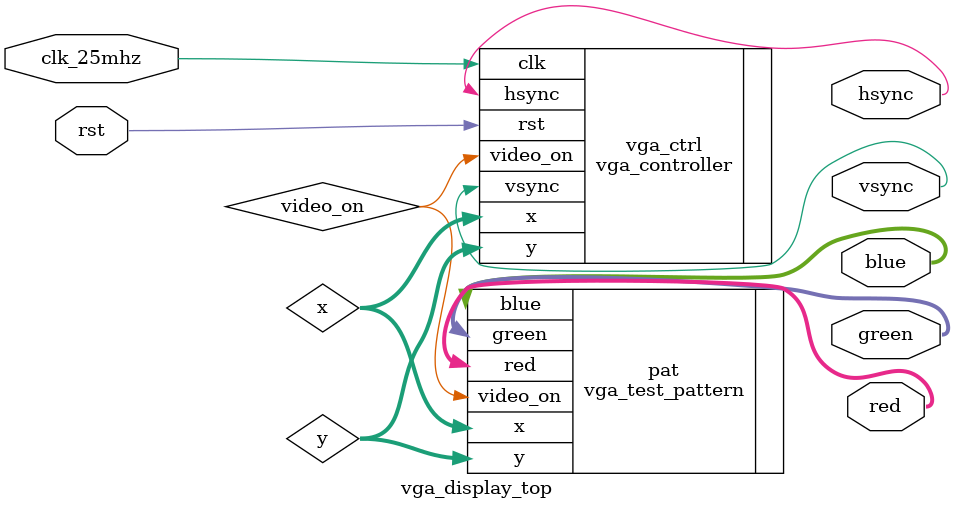
<source format=sv>
module vga_display_top (
    input clk_25mhz, 
    input rst,
    output logic hsync,
    output logic vsync,
    output logic [4:0] red,
    output logic [5:0] green,
    output logic [4:0] blue
);

// internal signals
logic [9:0] x, y;
logic video_on;

// instantiationS
vga_controller vga_ctrl (
    .clk(clk_25mhz),
    .rst(rst),
    .hsync(hsync),
    .vsync(vsync),
    .x(x),
    .y(y),
    .video_on(video_on)
);

vga_test_pattern pat (
    .x(x),
    .y(y),
    .video_on(video_on),
    .red(red),
    .green(green),
    .blue(blue)
);

endmodule
</source>
